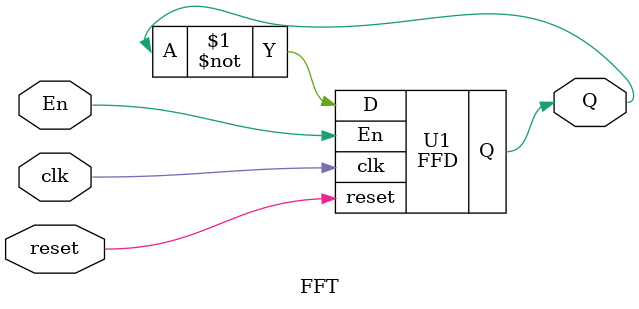
<source format=v>


module FFD(
    input wire clk, reset, En, D,
    output reg Q);

        always @(posedge clk or posedge reset) begin
            if(reset)
                Q <= 0;
            else if (En)
                Q <= D; 
        end
endmodule

module FFT(
    input wire clk, reset, En,
    output wire Q);

        // Aca declaro que la entrada sea Q negada
        FFD U1(clk, reset, En, ~Q, Q); 
endmodule
</source>
